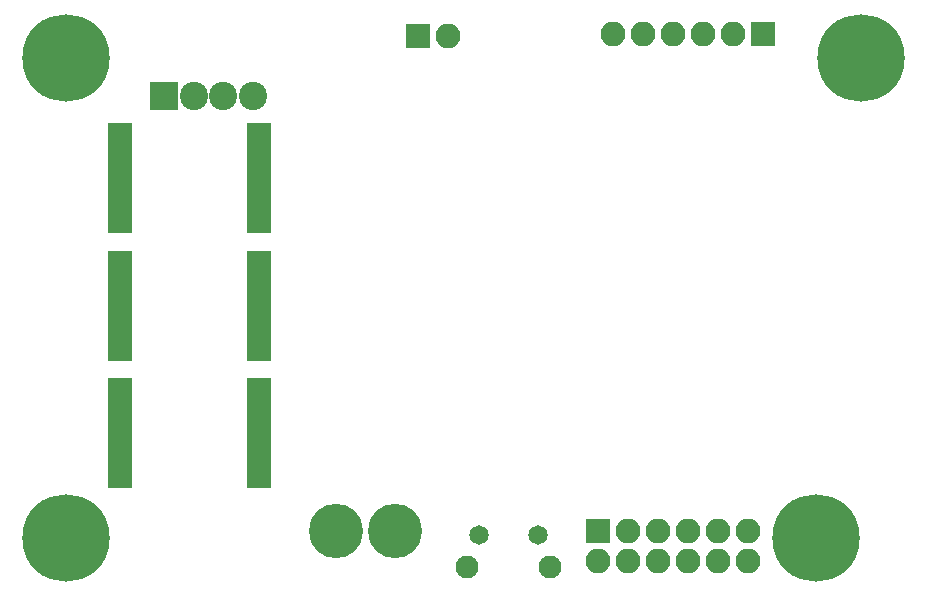
<source format=gbs>
G04 #@! TF.FileFunction,Soldermask,Bot*
%FSLAX45Y45*%
G04 Gerber Fmt 4.5, Leading zero omitted, Abs format (unit mm)*
G04 Created by KiCad (PCBNEW 4.0.6) date 08/08/17 22:50:04*
%MOMM*%
%LPD*%
G01*
G04 APERTURE LIST*
%ADD10C,0.254000*%
%ADD11C,1.650000*%
%ADD12C,1.950000*%
%ADD13R,2.400000X2.400000*%
%ADD14C,2.400000*%
%ADD15R,2.100000X2.100000*%
%ADD16O,2.100000X2.100000*%
%ADD17C,4.600000*%
%ADD18C,7.400000*%
%ADD19C,1.000000*%
%ADD20R,2.000000X9.420000*%
G04 APERTURE END LIST*
D10*
D11*
X13275410Y-12289746D03*
X13775410Y-12289746D03*
D12*
X13175410Y-12559746D03*
X13875410Y-12559746D03*
D13*
X10610500Y-8572500D03*
D14*
X10860500Y-8572500D03*
X11110500Y-8572500D03*
X11360500Y-8572500D03*
D15*
X12763500Y-8064500D03*
D16*
X13017500Y-8064500D03*
D17*
X12069000Y-12255500D03*
X12569000Y-12255500D03*
D15*
X15684500Y-8051800D03*
D16*
X15430500Y-8051800D03*
X15176500Y-8051800D03*
X14922500Y-8051800D03*
X14668500Y-8051800D03*
X14414500Y-8051800D03*
D15*
X14287500Y-12255500D03*
D16*
X14287500Y-12509500D03*
X14541500Y-12255500D03*
X14541500Y-12509500D03*
X14795500Y-12255500D03*
X14795500Y-12509500D03*
X15049500Y-12255500D03*
X15049500Y-12509500D03*
X15303500Y-12255500D03*
X15303500Y-12509500D03*
X15557500Y-12255500D03*
X15557500Y-12509500D03*
D18*
X9779000Y-12319000D03*
D19*
X9779000Y-12056500D03*
X9964616Y-12133384D03*
X10041500Y-12319000D03*
X9964616Y-12504615D03*
X9779000Y-12581500D03*
X9593385Y-12504615D03*
X9516500Y-12319000D03*
X9593385Y-12133384D03*
D18*
X16510000Y-8255000D03*
D19*
X16772500Y-8255000D03*
X16695615Y-8440616D03*
X16510000Y-8517500D03*
X16324384Y-8440616D03*
X16247500Y-8255000D03*
X16324384Y-8069384D03*
X16510000Y-7992500D03*
X16695615Y-8069384D03*
D18*
X9779000Y-8255000D03*
D19*
X10041500Y-8255000D03*
X9964616Y-8440616D03*
X9779000Y-8517500D03*
X9593385Y-8440616D03*
X9516500Y-8255000D03*
X9593385Y-8069384D03*
X9779000Y-7992500D03*
X9964616Y-8069384D03*
D18*
X16129000Y-12319000D03*
D19*
X16391500Y-12319000D03*
X16314615Y-12504615D03*
X16129000Y-12581500D03*
X15943384Y-12504615D03*
X15866500Y-12319000D03*
X15943384Y-12133384D03*
X16129000Y-12056500D03*
X16314615Y-12133384D03*
D20*
X10241000Y-11430000D03*
X11412000Y-11430000D03*
X10241000Y-10350500D03*
X11412000Y-10350500D03*
X10241500Y-9271000D03*
X11412500Y-9271000D03*
M02*

</source>
